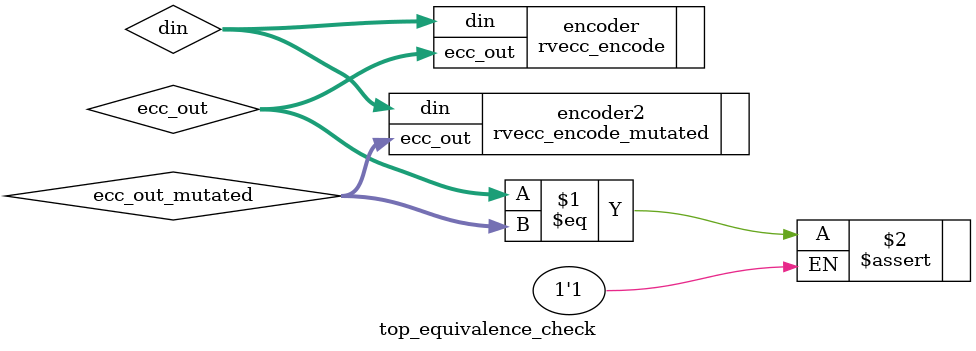
<source format=sv>
module top_equivalence_check;
 logic [31:0] din;
 logic [6:0] ecc_out, ecc_out_mutated;
 rvecc_encode encoder(.din(din), .ecc_out(ecc_out));
 rvecc_encode_mutated encoder2(.din(din), .ecc_out(ecc_out_mutated));

 assert property (ecc_out == ecc_out_mutated);

endmodule: top_equivalence_check

</source>
